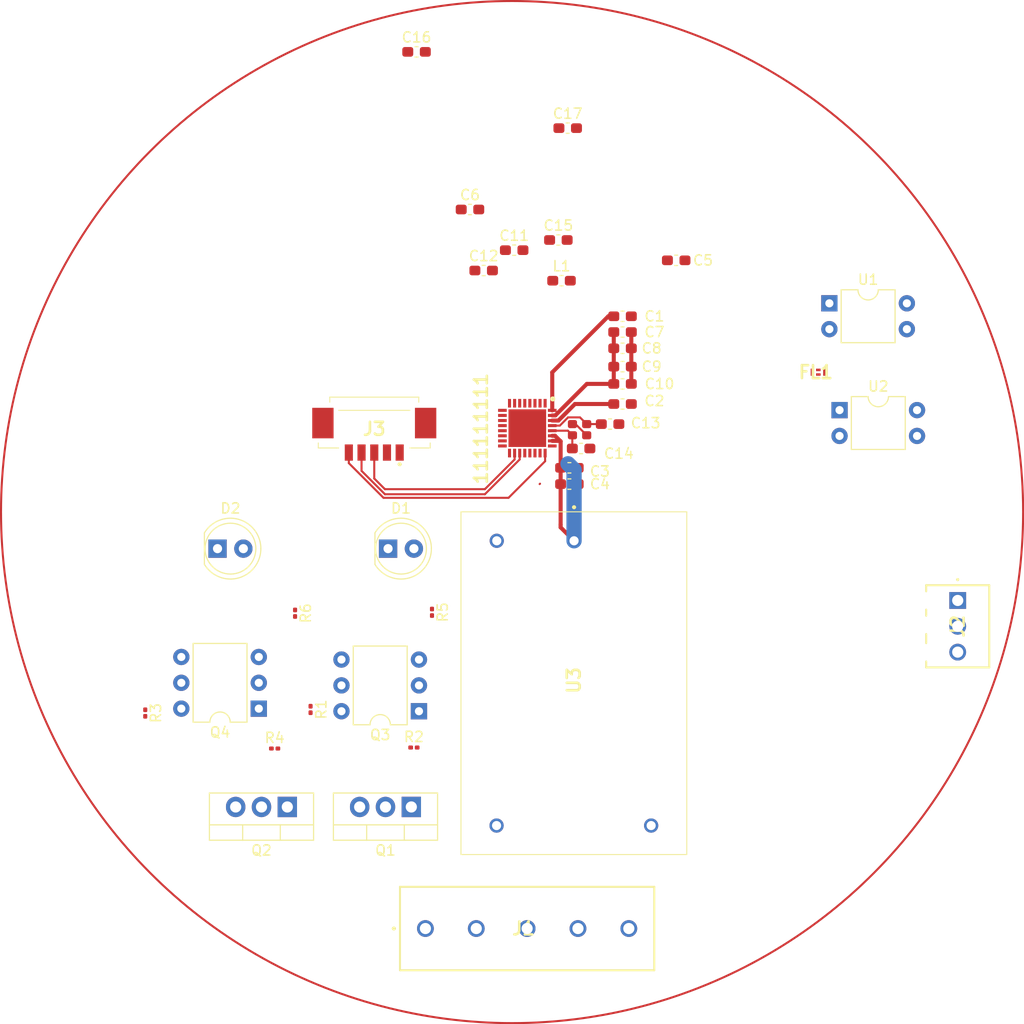
<source format=kicad_pcb>
(kicad_pcb (version 20240108) (generator "pcbnew") (generator_version "8.0")
  (layers (0 "F.Cu" signal) (31 "B.Cu" signal) (34 "B.Paste" user) (35 "F.Paste" user) (36 "B.SilkS" user "B.Silkscreen") (37 "F.SilkS" user "F.Silkscreen") (38 "B.Mask" user) (39 "F.Mask" user) (44 "Edge.Cuts" user))
  (net 0 "")
  (net 2 "VDD")
  (net 4 "JTCK{slash}SWCLK")
  (net 5 "Net-(111111111-RF)")
  (net 7 "Net-(111111111-PA1)")
  (net 9 "Net-(111111111-OSC_OUT)")
  (net 14 "Motor_output_2")
  (net 15 "Motor_output_1")
  (net 16 "Net-(111111111-OSC_IN)")
  (net 18 "JTMS{slash}SWDIO")
  (net 19 "Net-(111111111-PA0)")
  (net 21 "Negated Reset")
  (net 22 "GND")
  (net 25 "Net-(111111111-PH3-BOOT0)")
  (net 27 "Net-(FL1-IN)")
  (net 28 "Net-(D1-A)")
  (net 29 "Net-(D2-A)")
  (net 30 "Net-(AE1-A)")
  (net 31 "Q1_connector")
  (net 32 "L_connector")
  (net 33 "Q2_connector")
  (net 34 "N_connector")
  (net 35 "Switch_Input_2")
  (net 36 "Switch_Common")
  (net 37 "Switch_input_1")
  (net 40 "Net-(Q1-G)")
  (net 41 "Net-(Q2-G)")
  (net 42 "Net-(Q3-Pad1)")
  (net 43 "Net-(Q3-Pad6)")
  (net 44 "Net-(Q3-Pad4)")
  (net 48 "Net-(Q4-Pad6)")
  (net 49 "Net-(Q4-Pad4)")
  (net 50 "Net-(Q4-Pad1)")
  (footprint "Capacitor_SMD:C_0603_1608Metric_Pad1.08x0.95mm_HandSolder" (layer "F.Cu") (at 132.47 60)
    (property "Reference" "C17" (at 0 -1.43 0) (layer "F.SilkS"))
    (property "Value" "100nF")
    (fp_line (start -0.146267 -0.51) (end 0.146267 -0.51) (stroke (width 0.12)) (layer "F.SilkS"))
    (fp_line (start -0.146267 0.51) (end 0.146267 0.51) (stroke (width 0.12)) (layer "F.SilkS"))
    (pad "1" smd roundrect (at -0.8625 0) (size 1.075 0.95) (layers "F.Cu" "F.Paste" "F.Mask") (net 2 "VDD"))
    (pad "2" smd roundrect (at 0.8625 0) (size 1.075 0.95) (layers "F.Cu" "F.Paste" "F.Mask") (net 22 "GND"))
  )
  (footprint "Resistor_SMD:R_0201_0603Metric" (layer "F.Cu") (at 103.655 121)
    (property "Reference" "R4" (at 0 -1.05 0) (layer "F.SilkS"))
    (property "Value" "180R")
    (pad "1" smd roundrect (at -0.32 0) (size 0.46 0.4) (layers "F.Cu" "F.Mask") (net 48 "Net-(Q4-Pad6)"))
    (pad "2" smd roundrect (at 0.32 0) (size 0.46 0.4) (layers "F.Cu" "F.Mask") (net 32 "L_connector"))
  )
  (footprint "Package_DIP:DIP-6_W7.62mm" (layer "F.Cu") (at 117.846 117.333 180)
    (property "Reference" "Q3" (at 3.81 -2.33 0) (layer "F.SilkS"))
    (property "Value" "MOC3032M")
    (fp_line (start 6.46 6.41) (end 6.46 -1.33) (stroke (width 0.12)) (layer "F.SilkS"))
    (fp_line (start 6.46 -1.33) (end 4.81 -1.33) (stroke (width 0.12)) (layer "F.SilkS"))
    (fp_line (start 2.81 -1.33) (end 1.16 -1.33) (stroke (width 0.12)) (layer "F.SilkS"))
    (fp_line (start 1.16 6.41) (end 6.46 6.41) (stroke (width 0.12)) (layer "F.SilkS"))
    (fp_line (start 1.16 -1.33) (end 1.16 6.41) (stroke (width 0.12)) (layer "F.SilkS"))
    (fp_arc (start 4.81 -1.33) (mid 3.81 -0.33) (end 2.81 -1.33) (stroke (width 0.12)) (layer "F.SilkS"))
    (pad "1" thru_hole rect (at 0 0 180) (size 1.6 1.6) (drill 0.8) (layers "*.Cu" "*.Mask") (net 42 "Net-(Q3-Pad1)"))
    (pad "2" thru_hole oval (at 0 2.54 180) (size 1.6 1.6) (drill 0.8) (layers "*.Cu" "*.Mask") (net 28 "Net-(D1-A)"))
    (pad "3" thru_hole oval (at 0 5.08 180) (size 1.6 1.6) (drill 0.8) (layers "*.Cu" "*.Mask"))
    (pad "4" thru_hole oval (at 7.62 5.08 180) (size 1.6 1.6) (drill 0.8) (layers "*.Cu" "*.Mask") (net 44 "Net-(Q3-Pad4)"))
    (pad "5" thru_hole oval (at 7.62 2.54 180) (size 1.6 1.6) (drill 0.8) (layers "*.Cu" "*.Mask"))
    (pad "6" thru_hole oval (at 7.62 0 180) (size 1.6 1.6) (drill 0.8) (layers "*.Cu" "*.Mask") (net 43 "Net-(Q3-Pad6)"))
  )
  (footprint "LED_THT:LED_D5.0mm_IRGrey" (layer "F.Cu") (at 98.039 101.346)
    (property "Reference" "D2" (at 1.27 -3.96 0) (layer "F.SilkS"))
    (property "Value" "LD271")
    (fp_line (start -1.29 -1.545) (end -1.29 1.545) (stroke (width 0.12)) (layer "F.SilkS"))
    (fp_arc (start -1.29 -1.54483) (mid 2.072002 -2.880433) (end 4.26 0.000462) (stroke (width 0.12)) (layer "F.SilkS"))
    (fp_arc (start 4.26 -0.000462) (mid 2.072002 2.880433) (end -1.29 1.54483) (stroke (width 0.12)) (layer "F.SilkS"))
    (fp_circle (center 1.27 0) (end 3.77 0) (stroke (width 0.12)) (fill none) (layer "F.SilkS"))
    (pad "1" thru_hole rect (at 0 0) (size 1.8 1.8) (drill 0.9) (layers "*.Cu" "*.Mask") (net 14 "Motor_output_2"))
    (pad "2" thru_hole circle (at 2.54 0) (size 1.8 1.8) (drill 0.9) (layers "*.Cu" "*.Mask") (net 29 "Net-(D2-A)"))
  )
  (footprint "Capacitor_SMD:C_0603_1608Metric_Pad1.08x0.95mm_HandSolder" (layer "F.Cu") (at 137.8625 85.15)
    (property "Reference" "C10" (at 3.6375 0 0) (layer "F.SilkS"))
    (property "Value" "100nF")
    (fp_line (start -0.146267 -0.51) (end 0.146267 -0.51) (stroke (width 0.12)) (layer "F.SilkS"))
    (fp_line (start -0.146267 0.51) (end 0.146267 0.51) (stroke (width 0.12)) (layer "F.SilkS"))
    (pad "1" smd roundrect (at -0.8625 0) (size 1.075 0.95) (layers "F.Cu" "F.Paste" "F.Mask") (net 2 "VDD"))
    (pad "2" smd roundrect (at 0.8625 0) (size 1.075 0.95) (layers "F.Cu" "F.Paste" "F.Mask") (net 22 "GND"))
  )
  (footprint "Capacitor_SMD:C_0603_1608Metric_Pad1.08x0.95mm_HandSolder" (layer "F.Cu") (at 131.8625 75)
    (property "Reference" "L1" (at 0 -1.43 0) (layer "F.SilkS"))
    (property "Value" "2.7nH")
    (fp_line (start -0.146267 -0.51) (end 0.146267 -0.51) (stroke (width 0.12)) (layer "F.SilkS"))
    (fp_line (start -0.146267 0.51) (end 0.146267 0.51) (stroke (width 0.12)) (layer "F.SilkS"))
    (pad "1" smd roundrect (at -0.8625 0) (size 1.075 0.95) (layers "F.Cu" "F.Paste" "F.Mask") (net 5 "Net-(111111111-RF)"))
    (pad "2" smd roundrect (at 0.8625 0) (size 1.075 0.95) (layers "F.Cu" "F.Paste" "F.Mask") (net 27 "Net-(FL1-IN)"))
  )
  (footprint "Capacitor_SMD:C_0603_1608Metric_Pad1.08x0.95mm_HandSolder" (layer "F.Cu") (at 131.5525 71)
    (property "Reference" "C15" (at 0 -1.43 0) (layer "F.SilkS"))
    (property "Value" "0.3pF")
    (fp_line (start -0.146267 -0.51) (end 0.146267 -0.51) (stroke (width 0.12)) (layer "F.SilkS"))
    (fp_line (start -0.146267 0.51) (end 0.146267 0.51) (stroke (width 0.12)) (layer "F.SilkS"))
    (pad "1" smd roundrect (at -0.8625 0) (size 1.075 0.95) (layers "F.Cu" "F.Paste" "F.Mask") (net 27 "Net-(FL1-IN)"))
    (pad "2" smd roundrect (at 0.8625 0) (size 1.075 0.95) (layers "F.Cu" "F.Paste" "F.Mask") (net 22 "GND"))
  )
  (footprint "Capacitor_SMD:C_0603_1608Metric_Pad1.08x0.95mm_HandSolder" (layer "F.Cu") (at 132.6375 95)
    (property "Reference" "C4" (at 3 0 0) (layer "F.SilkS"))
    (property "Value" "470nF")
    (fp_line (start -0.146267 -0.51) (end 0.146267 -0.51) (stroke (width 0.12)) (layer "F.SilkS"))
    (fp_line (start -0.146267 0.51) (end 0.146267 0.51) (stroke (width 0.12)) (layer "F.SilkS"))
    (pad "1" smd roundrect (at -0.8625 0) (size 1.075 0.95) (layers "F.Cu" "F.Paste" "F.Mask") (net 2 "VDD"))
    (pad "2" smd roundrect (at 0.8625 0) (size 1.075 0.95) (layers "F.Cu" "F.Paste" "F.Mask") (net 22 "GND"))
  )
  (footprint "Resistor_SMD:R_0201_0603Metric" (layer "F.Cu") (at 105.664 107.696 -90)
    (property "Reference" "R6" (at 0 -1.05 90) (layer "F.SilkS"))
    (property "Value" "330R")
    (pad "1" smd roundrect (at -0.32 0 270) (size 0.46 0.4) (layers "F.Cu" "F.Mask") (net 2 "VDD"))
    (pad "2" smd roundrect (at 0.32 0 270) (size 0.46 0.4) (layers "F.Cu" "F.Mask") (net 50 "Net-(Q4-Pad1)"))
  )
  (footprint "Capacitor_SMD:C_0603_1608Metric_Pad1.08x0.95mm_HandSolder" (layer "F.Cu") (at 137.8625 87.125)
    (property "Reference" "C2" (at 3.1375 -0.3 0) (layer "F.SilkS"))
    (property "Value" "100nF")
    (fp_line (start -0.146267 -0.51) (end 0.146267 -0.51) (stroke (width 0.12)) (layer "F.SilkS"))
    (fp_line (start -0.146267 0.51) (end 0.146267 0.51) (stroke (width 0.12)) (layer "F.SilkS"))
    (pad "1" smd roundrect (at -0.8625 0) (size 1.075 0.95) (layers "F.Cu" "F.Paste" "F.Mask") (net 2 "VDD"))
    (pad "2" smd roundrect (at 0.8625 0) (size 1.075 0.95) (layers "F.Cu" "F.Paste" "F.Mask") (net 22 "GND"))
  )
  (footprint "Resistor_SMD:R_0201_0603Metric" (layer "F.Cu") (at 107.188 117.16 -90)
    (property "Reference" "R1" (at 0 -1.05 90) (layer "F.SilkS"))
    (property "Value" "180R")
    (pad "1" smd roundrect (at -0.32 0 270) (size 0.46 0.4) (layers "F.Cu" "F.Mask") (net 44 "Net-(Q3-Pad4)"))
    (pad "2" smd roundrect (at 0.32 0 270) (size 0.46 0.4) (layers "F.Cu" "F.Mask") (net 40 "Net-(Q1-G)"))
  )
  (footprint "Capacitor_SMD:C_0603_1608Metric_Pad1.08x0.95mm_HandSolder" (layer "F.Cu") (at 137.8625 78.5)
    (property "Reference" "C1" (at 3.1375 0 0) (layer "F.SilkS"))
    (property "Value" "4.7uF")
    (fp_line (start -0.146267 -0.51) (end 0.146267 -0.51) (stroke (width 0.12)) (layer "F.SilkS"))
    (fp_line (start -0.146267 0.51) (end 0.146267 0.51) (stroke (width 0.12)) (layer "F.SilkS"))
    (pad "1" smd roundrect (at -0.8625 0) (size 1.075 0.95) (layers "F.Cu" "F.Paste" "F.Mask") (net 2 "VDD"))
    (pad "2" smd roundrect (at 0.8625 0) (size 1.075 0.95) (layers "F.Cu" "F.Paste" "F.Mask") (net 22 "GND"))
  )
  (footprint "Package_DIP:DIP-6_W7.62mm" (layer "F.Cu") (at 102.098 117.079 180)
    (property "Reference" "Q4" (at 3.81 -2.33 0) (layer "F.SilkS"))
    (property "Value" "MOC3032M")
    (fp_line (start 6.46 6.41) (end 6.46 -1.33) (stroke (width 0.12)) (layer "F.SilkS"))
    (fp_line (start 6.46 -1.33) (end 4.81 -1.33) (stroke (width 0.12)) (layer "F.SilkS"))
    (fp_line (start 2.81 -1.33) (end 1.16 -1.33) (stroke (width 0.12)) (layer "F.SilkS"))
    (fp_line (start 1.16 6.41) (end 6.46 6.41) (stroke (width 0.12)) (layer "F.SilkS"))
    (fp_line (start 1.16 -1.33) (end 1.16 6.41) (stroke (width 0.12)) (layer "F.SilkS"))
    (fp_arc (start 4.81 -1.33) (mid 3.81 -0.33) (end 2.81 -1.33) (stroke (width 0.12)) (layer "F.SilkS"))
    (pad "1" thru_hole rect (at 0 0 180) (size 1.6 1.6) (drill 0.8) (layers "*.Cu" "*.Mask") (net 50 "Net-(Q4-Pad1)"))
    (pad "2" thru_hole oval (at 0 2.54 180) (size 1.6 1.6) (drill 0.8) (layers "*.Cu" "*.Mask") (net 29 "Net-(D2-A)"))
    (pad "3" thru_hole oval (at 0 5.08 180) (size 1.6 1.6) (drill 0.8) (layers "*.Cu" "*.Mask"))
    (pad "4" thru_hole oval (at 7.62 5.08 180) (size 1.6 1.6) (drill 0.8) (layers "*.Cu" "*.Mask") (net 49 "Net-(Q4-Pad4)"))
    (pad "5" thru_hole oval (at 7.62 2.54 180) (size 1.6 1.6) (drill 0.8) (layers "*.Cu" "*.Mask"))
    (pad "6" thru_hole oval (at 7.62 0 180) (size 1.6 1.6) (drill 0.8) (layers "*.Cu" "*.Mask") (net 48 "Net-(Q4-Pad6)"))
  )
  (footprint "Package_DIP:DIP-4_W7.62mm" (layer "F.Cu") (at 158.2 77.225)
    (property "Reference" "U1" (at 3.81 -2.33 0) (layer "F.SilkS"))
    (property "Value" "LTV-817")
    (fp_line (start 1.16 -1.33) (end 1.16 3.87) (stroke (width 0.12)) (layer "F.SilkS"))
    (fp_line (start 1.16 3.87) (end 6.46 3.87) (stroke (width 0.12)) (layer "F.SilkS"))
    (fp_line (start 2.81 -1.33) (end 1.16 -1.33) (stroke (width 0.12)) (layer "F.SilkS"))
    (fp_line (start 6.46 -1.33) (end 4.81 -1.33) (stroke (width 0.12)) (layer "F.SilkS"))
    (fp_line (start 6.46 3.87) (end 6.46 -1.33) (stroke (width 0.12)) (layer "F.SilkS"))
    (fp_arc (start 4.81 -1.33) (mid 3.81 -0.33) (end 2.81 -1.33) (stroke (width 0.12)) (layer "F.SilkS"))
    (pad "1" thru_hole rect (at 0 0) (size 1.6 1.6) (drill 0.8) (layers "*.Cu" "*.Mask") (net 37 "Switch_input_1"))
    (pad "2" thru_hole oval (at 0 2.54) (size 1.6 1.6) (drill 0.8) (layers "*.Cu" "*.Mask") (net 36 "Switch_Common"))
    (pad "3" thru_hole oval (at 7.62 2.54) (size 1.6 1.6) (drill 0.8) (layers "*.Cu" "*.Mask") (net 22 "GND"))
    (pad "4" thru_hole oval (at 7.62 0) (size 1.6 1.6) (drill 0.8) (layers "*.Cu" "*.Mask") (net 19 "Net-(111111111-PA0)"))
  )
  (footprint "Sterownik_roletyLibrary:2828365" (layer "F.Cu") (at 118.48 138.7)
    (property "Reference" "J1" (at 9.65 0 0) (layer "F.SilkS") (effects (font (size 1.27 1.27) (thickness 0.254))))
    (property "Value" "282836-5" (hide yes))
    (fp_line (start -3.2 0) (end -3.2 0) (stroke (width 0.2)) (layer "F.SilkS"))
    (fp_line (start -3 0) (end -3 0) (stroke (width 0.2)) (layer "F.SilkS"))
    (fp_line (start -2.5 -4.1) (end 22.5 -4.1) (stroke (width 0.2)) (layer "F.SilkS"))
    (fp_line (start -2.5 4.1) (end -2.5 -4.1) (stroke (width 0.2)) (layer "F.SilkS"))
    (fp_line (start 22.5 -4.1) (end 22.5 4.1) (stroke (width 0.2)) (layer "F.SilkS"))
    (fp_line (start 22.5 4.1) (end -2.5 4.1) (stroke (width 0.2)) (layer "F.SilkS"))
    (fp_arc (start -3.2 0) (mid -3.1 -0.1) (end -3 0) (stroke (width 0.2)) (layer "F.SilkS"))
    (fp_arc (start -3 0) (mid -3.1 0.1) (end -3.2 0) (stroke (width 0.2)) (layer "F.SilkS"))
    (pad "1" thru_hole circle (at 0 0) (size 1.65 1.65) (drill 1.1) (layers "*.Cu" "*.Mask") (net 33 "Q2_connector"))
    (pad "2" thru_hole circle (at 5 0) (size 1.65 1.65) (drill 1.1) (layers "*.Cu" "*.Mask") (net 31 "Q1_connector"))
    (pad "3" thru_hole circle (at 10 0) (size 1.65 1.65) (drill 1.1) (layers "*.Cu" "*.Mask") (net 34 "N_connector"))
    (pad "4" thru_hole circle (at 15 0) (size 1.65 1.65) (drill 1.1) (layers "*.Cu" "*.Mask") (net 34 "N_connector"))
    (pad "5" thru_hole circle (at 20 0) (size 1.65 1.65) (drill 1.1) (layers "*.Cu" "*.Mask") (net 32 "L_connector"))
  )
  (footprint "Resistor_SMD:R_0201_0603Metric" (layer "F.Cu") (at 90.932 117.511 -90)
    (property "Reference" "R3" (at 0 -1.05 90) (layer "F.SilkS"))
    (property "Value" "180R")
    (pad "1" smd roundrect (at -0.32 0 270) (size 0.46 0.4) (layers "F.Cu" "F.Mask") (net 49 "Net-(Q4-Pad4)"))
    (pad "2" smd roundrect (at 0.32 0 270) (size 0.46 0.4) (layers "F.Cu" "F.Mask") (net 41 "Net-(Q2-G)"))
  )
  (footprint "Sterownik_roletyLibrary:TXC 7R-32.000MEEV-T" (layer "F.Cu") (at 133.6375 89.65)
    (property "Reference" "Y1" (hide yes))
    (property "Value" "TXC 7R-32.000MEEV-T")
    (pad "1" smd roundrect (at -0.7 0.55) (size 0.9 0.8) (layers "F.Cu" "F.Paste" "F.Mask") (net 9 "Net-(111111111-OSC_OUT)"))
    (pad "2" smd roundrect (at 0.7 0.55) (size 0.9 0.8) (layers "F.Cu" "F.Paste" "F.Mask") (net 22 "GND"))
    (pad "3" smd roundrect (at 0.7 -0.55) (size 0.9 0.8) (layers "F.Cu" "F.Paste" "F.Mask") (net 16 "Net-(111111111-OSC_IN)"))
    (pad "4" smd roundrect (at -0.7 -0.55) (size 0.9 0.8) (layers "F.Cu" "F.Paste" "F.Mask") (net 22 "GND"))
  )
  (footprint "Capacitor_SMD:C_0603_1608Metric_Pad1.08x0.95mm_HandSolder" (layer "F.Cu") (at 124.2075 74)
    (property "Reference" "C12" (at 0 -1.43 0) (layer "F.SilkS"))
    (property "Value" "100nF")
    (fp_line (start -0.146267 -0.51) (end 0.146267 -0.51) (stroke (width 0.12)) (layer "F.SilkS"))
    (fp_line (start -0.146267 0.51) (end 0.146267 0.51) (stroke (width 0.12)) (layer "F.SilkS"))
    (pad "1" smd roundrect (at -0.8625 0) (size 1.075 0.95) (layers "F.Cu" "F.Paste" "F.Mask") (net 25 "Net-(111111111-PH3-BOOT0)"))
    (pad "2" smd roundrect (at 0.8625 0) (size 1.075 0.95) (layers "F.Cu" "F.Paste" "F.Mask") (net 22 "GND"))
  )
  (footprint "Capacitor_SMD:C_0603_1608Metric_Pad1.08x0.95mm_HandSolder" (layer "F.Cu") (at 143.1375 73)
    (property "Reference" "C5" (at 2.6375 0 0) (layer "F.SilkS"))
    (property "Value" "1uF")
    (fp_line (start -0.146267 -0.51) (end 0.146267 -0.51) (stroke (width 0.12)) (layer "F.SilkS"))
    (fp_line (start -0.146267 0.51) (end 0.146267 0.51) (stroke (width 0.12)) (layer "F.SilkS"))
    (pad "1" smd roundrect (at -0.8625 0) (size 1.075 0.95) (layers "F.Cu" "F.Paste" "F.Mask") (net 2 "VDD"))
    (pad "2" smd roundrect (at 0.8625 0) (size 1.075 0.95) (layers "F.Cu" "F.Paste" "F.Mask") (net 22 "GND"))
  )
  (footprint "Capacitor_SMD:C_0603_1608Metric_Pad1.08x0.95mm_HandSolder" (layer "F.Cu") (at 132.6375 93.4)
    (property "Reference" "C3" (at 3 0.35 0) (layer "F.SilkS"))
    (property "Value" "100nF")
    (fp_line (start -0.146267 -0.51) (end 0.146267 -0.51) (stroke (width 0.12)) (layer "F.SilkS"))
    (fp_line (start -0.146267 0.51) (end 0.146267 0.51) (stroke (width 0.12)) (layer "F.SilkS"))
    (pad "1" smd roundrect (at -0.8625 0) (size 1.075 0.95) (layers "F.Cu" "F.Paste" "F.Mask") (net 2 "VDD"))
    (pad "2" smd roundrect (at 0.8625 0) (size 1.075 0.95) (layers "F.Cu" "F.Paste" "F.Mask") (net 22 "GND"))
  )
  (footprint "Package_TO_SOT_THT:TO-220-3_Vertical" (layer "F.Cu") (at 104.902 126.746 180)
    (property "Reference" "Q2" (at 2.54 -4.27 0) (layer "F.SilkS"))
    (property "Value" "BT136-600")
    (fp_line (start 7.66 -3.27) (end 7.66 1.371) (stroke (width 0.12)) (layer "F.SilkS"))
    (fp_line (start 4.391 -3.27) (end 4.391 -1.76) (stroke (width 0.12)) (layer "F.SilkS"))
    (fp_line (start 0.69 -3.27) (end 0.69 -1.76) (stroke (width 0.12)) (layer "F.SilkS"))
    (fp_line (start -2.58 1.371) (end 7.66 1.371) (stroke (width 0.12)) (layer "F.SilkS"))
    (fp_line (start -2.58 -1.76) (end 7.66 -1.76) (stroke (width 0.12)) (layer "F.SilkS"))
    (fp_line (start -2.58 -3.27) (end 7.66 -3.27) (stroke (width 0.12)) (layer "F.SilkS"))
    (fp_line (start -2.58 -3.27) (end -2.58 1.371) (stroke (width 0.12)) (layer "F.SilkS"))
    (pad "1" thru_hole rect (at 0 0 180) (size 1.905 2) (drill 1.1) (layers "*.Cu" "*.Mask") (net 32 "L_connector"))
    (pad "2" thru_hole oval (at 2.54 0 180) (size 1.905 2) (drill 1.1) (layers "*.Cu" "*.Mask") (net 33 "Q2_connector"))
    (pad "3" thru_hole oval (at 5.08 0 180) (size 1.905 2) (drill 1.1) (layers "*.Cu" "*.Mask") (net 41 "Net-(Q2-G)"))
  )
  (footprint "Package_DIP:DIP-4_W7.62mm" (layer "F.Cu") (at 159.2 87.725)
    (property "Reference" "U2" (at 3.81 -2.33 0) (layer "F.SilkS"))
    (property "Value" "LTV-817")
    (fp_line (start 1.16 -1.33) (end 1.16 3.87) (stroke (width 0.12)) (layer "F.SilkS"))
    (fp_line (start 1.16 3.87) (end 6.46 3.87) (stroke (width 0.12)) (layer "F.SilkS"))
    (fp_line (start 2.81 -1.33) (end 1.16 -1.33) (stroke (width 0.12)) (layer "F.SilkS"))
    (fp_line (start 6.46 -1.33) (end 4.81 -1.33) (stroke (width 0.12)) (layer "F.SilkS"))
    (fp_line (start 6.46 3.87) (end 6.46 -1.33) (stroke (width 0.12)) (layer "F.SilkS"))
    (fp_arc (start 4.81 -1.33) (mid 3.81 -0.33) (end 2.81 -1.33) (stroke (width 0.12)) (layer "F.SilkS"))
    (pad "1" thru_hole rect (at 0 0) (size 1.6 1.6) (drill 0.8) (layers "*.Cu" "*.Mask") (net 35 "Switch_Input_2"))
    (pad "2" thru_hole oval (at 0 2.54) (size 1.6 1.6) (drill 0.8) (layers "*.Cu" "*.Mask") (net 36 "Switch_Common"))
    (pad "3" thru_hole oval (at 7.62 2.54) (size 1.6 1.6) (drill 0.8) (layers "*.Cu" "*.Mask") (net 22 "GND"))
    (pad "4" thru_hole oval (at 7.62 0) (size 1.6 1.6) (drill 0.8) (layers "*.Cu" "*.Mask") (net 7 "Net-(111111111-PA1)"))
  )
  (footprint "Capacitor_SMD:C_0603_1608Metric_Pad1.08x0.95mm_HandSolder" (layer "F.Cu") (at 137.8625 83.45)
    (property "Reference" "C9" (at 2.8625 0 0) (layer "F.SilkS"))
    (property "Value" "100nF")
    (fp_line (start -0.146267 -0.51) (end 0.146267 -0.51) (stroke (width 0.12)) (layer "F.SilkS"))
    (fp_line (start -0.146267 0.51) (end 0.146267 0.51) (stroke (width 0.12)) (layer "F.SilkS"))
    (pad "1" smd roundrect (at -0.8625 0) (size 1.075 0.95) (layers "F.Cu" "F.Paste" "F.Mask") (net 2 "VDD"))
    (pad "2" smd roundrect (at 0.8625 0) (size 1.075 0.95) (layers "F.Cu" "F.Paste" "F.Mask") (net 22 "GND"))
  )
  (footprint "Capacitor_SMD:C_0603_1608Metric_Pad1.08x0.95mm_HandSolder" (layer "F.Cu") (at 137.8625 81.65)
    (property "Reference" "C8" (at 2.8625 0 0) (layer "F.SilkS"))
    (property "Value" "100nF")
    (fp_line (start -0.146267 -0.51) (end 0.146267 -0.51) (stroke (width 0.12)) (layer "F.SilkS"))
    (fp_line (start -0.146267 0.51) (end 0.146267 0.51) (stroke (width 0.12)) (layer "F.SilkS"))
    (pad "1" smd roundrect (at -0.8625 0) (size 1.075 0.95) (layers "F.Cu" "F.Paste" "F.Mask") (net 2 "VDD"))
    (pad "2" smd roundrect (at 0.8625 0) (size 1.075 0.95) (layers "F.Cu" "F.Paste" "F.Mask") (net 22 "GND"))
  )
  (footprint "Capacitor_SMD:C_0603_1608Metric_Pad1.08x0.95mm_HandSolder" (layer "F.Cu") (at 127.2075 72)
    (property "Reference" "C11" (at 0 -1.43 0) (layer "F.SilkS"))
    (property "Value" "0.8pF")
    (fp_line (start -0.146267 -0.51) (end 0.146267 -0.51) (stroke (width 0.12)) (layer "F.SilkS"))
    (fp_line (start -0.146267 0.51) (end 0.146267 0.51) (stroke (width 0.12)) (layer "F.SilkS"))
    (pad "1" smd roundrect (at -0.8625 0) (size 1.075 0.95) (layers "F.Cu" "F.Paste" "F.Mask") (net 5 "Net-(111111111-RF)"))
    (pad "2" smd roundrect (at 0.8625 0) (size 1.075 0.95) (layers "F.Cu" "F.Paste" "F.Mask") (net 22 "GND"))
  )
  (footprint "Sterownik_roletyLibrary:533980567" (layer "F.Cu") (at 113.45 89.575)
    (property "Reference" "J3" (at 0 0 0) (layer "F.SilkS") (effects (font (size 1.27 1.27) (thickness 0.254))))
    (property "Value" "53398-0567" (hide yes))
    (fp_line (start -5.5 1.875) (end -5.5 1.375) (stroke (width 0.1)) (layer "F.SilkS"))
    (fp_line (start -4.375 -3.125) (end 4.375 -3.125) (stroke (width 0.1)) (layer "F.SilkS"))
    (fp_line (start -4.375 -2.625) (end -4.375 -3.125) (stroke (width 0.1)) (layer "F.SilkS"))
    (fp_line (start -3.5 -1.825) (end 3.5 -1.825) (stroke (width 0.1)) (layer "F.SilkS"))
    (fp_line (start -3.5 1.875) (end -5.5 1.875) (stroke (width 0.1)) (layer "F.SilkS"))
    (fp_line (start 2.4 3.475) (end 2.4 3.475) (stroke (width 0.2)) (layer "F.SilkS"))
    (fp_line (start 2.6 3.475) (end 2.6 3.475) (stroke (width 0.2)) (layer "F.SilkS"))
    (fp_line (start 3.5 1.875) (end 5.5 1.875) (stroke (width 0.1)) (layer "F.SilkS"))
    (fp_line (start 4.375 -3.125) (end 4.375 -2.625) (stroke (width 0.1)) (layer "F.SilkS"))
    (fp_line (start 5.5 1.875) (end 5.5 1.375) (stroke (width 0.1)) (layer "F.SilkS"))
    (fp_arc (start 2.4 3.475) (mid 2.5 3.375) (end 2.6 3.475) (stroke (width 0.2)) (layer "F.SilkS"))
    (fp_arc (start 2.6 3.475) (mid 2.5 3.575) (end 2.4 3.475) (stroke (width 0.2)) (layer "F.SilkS"))
    (pad "1" smd rect (at 2.5 2.325) (size 0.8 1.6) (layers "F.Cu" "F.Paste" "F.Mask") (net 22 "GND"))
    (pad "2" smd rect (at 1.25 2.325) (size 0.8 1.6) (layers "F.Cu" "F.Paste" "F.Mask") (net 2 "VDD"))
    (pad "3" smd rect (at 0 2.325) (size 0.8 1.6) (layers "F.Cu" "F.Paste" "F.Mask") (net 4 "JTCK{slash}SWCLK"))
    (pad "4" smd rect (at -1.25 2.325) (size 0.8 1.6) (layers "F.Cu" "F.Paste" "F.Mask") (net 18 "JTMS{slash}SWDIO"))
    (pad "5" smd rect (at -2.5 2.325) (size 0.8 1.6) (layers "F.Cu" "F.Paste" "F.Mask") (net 21 "Negated Reset"))
    (pad "6" smd rect (at -5.05 -0.575) (size 2.1 3) (layers "F.Cu" "F.Paste" "F.Mask"))
    (pad "7" smd rect (at 5.05 -0.575) (size 2.1 3) (layers "F.Cu" "F.Paste" "F.Mask"))
  )
  (footprint "Sterownik_roletyLibrary:1725669" (layer "F.Cu") (at 170.818 106.442 -90)
    (property "Reference" "J2" (at 2.54 0 90) (layer "F.SilkS") (effects (font (size 1.27 1.27) (thickness 0.254))))
    (property "Value" "1725669" (hide yes))
    (fp_line (start -1.5 3.1) (end -1.5 -3.1) (stroke (width 0.2)) (layer "F.SilkS"))
    (fp_line (start -0.9 3.1) (end -1.5 3.1) (stroke (width 0.2)) (layer "F.SilkS"))
    (fp_line (start 1.5 3.1) (end 0.9 3.1) (stroke (width 0.2)) (layer "F.SilkS"))
    (fp_line (start 4.2 3.1) (end 3.3 3.1) (stroke (width 0.2)) (layer "F.SilkS"))
    (fp_line (start 6.58 3.1) (end 6 3.1) (stroke (width 0.2)) (layer "F.SilkS"))
    (fp_line (start -2.1 0) (end -2.1 0) (stroke (width 0.2)) (layer "F.SilkS"))
    (fp_line (start -2.1 0) (end -2.1 0) (stroke (width 0.2)) (layer "F.SilkS"))
    (fp_line (start -2 0) (end -2 0) (stroke (width 0.2)) (layer "F.SilkS"))
    (fp_line (start -1.5 -3.1) (end 6.58 -3.1) (stroke (width 0.2)) (layer "F.SilkS"))
    (fp_line (start 6.58 -3.1) (end 6.58 3.1) (stroke (width 0.2)) (layer "F.SilkS"))
    (fp_arc (start -2.1 0) (mid -2.05 -0.05) (end -2 0) (stroke (width 0.2)) (layer "F.SilkS"))
    (fp_arc (start -2 0) (mid -2.05 0.05) (end -2.1 0) (stroke (width 0.2)) (layer "F.SilkS"))
    (fp_arc (start -2 0) (mid -2.05 0.05) (end -2.1 0) (stroke (width 0.2)) (layer "F.SilkS"))
    (pad "" np_thru_hole circle (at 0 2.54 270) (size 1.1 1.1) (drill 1.1) (layers "*.Cu" "*.Mask"))
    (pad "" np_thru_hole circle (at 2.54 2.54 270) (size 1.1 1.1) (drill 1.1) (layers "*.Cu" "*.Mask"))
    (pad "" np_thru_hole circle (at 5.08 2.54 270) (size 1.1 1.1) (drill 1.1) (layers "*.Cu" "*.Mask"))
    (pad "1" thru_hole rect (at 0 0 270) (size 1.65 1.65) (drill 1.1) (layers "*.Cu" "*.Mask") (net 37 "Switch_input_1"))
    (pad "2" thru_hole circle (at 2.54 0 270) (size 1.65 1.65) (drill 1.1) (layers "*.Cu" "*.Mask") (net 35 "Switch_Input_2"))
    (pad "3" thru_hole circle (at 5.08 0 270) (size 1.65 1.65) (drill 1.1) (layers "*.Cu" "*.Mask") (net 36 "Switch_Common"))
  )
  (footprint "Capacitor_SMD:C_0603_1608Metric_Pad1.08x0.95mm_HandSolder" (layer "F.Cu") (at 122.8625 68)
    (property "Reference" "C6" (at 0 -1.43 0) (layer "F.SilkS"))
    (property "Value" "100nF")
    (fp_line (start -0.146267 -0.51) (end 0.146267 -0.51) (stroke (width 0.12)) (layer "F.SilkS"))
    (fp_line (start -0.146267 0.51) (end 0.146267 0.51) (stroke (width 0.12)) (layer "F.SilkS"))
    (pad "1" smd roundrect (at -0.8625 0) (size 1.075 0.95) (layers "F.Cu" "F.Paste" "F.Mask") (net 2 "VDD"))
    (pad "2" smd roundrect (at 0.8625 0) (size 1.075 0.95) (layers "F.Cu" "F.Paste" "F.Mask") (net 22 "GND"))
  )
  (footprint "Capacitor_SMD:C_0603_1608Metric_Pad1.08x0.95mm_HandSolder" (layer "F.Cu") (at 133.7875 91.5)
    (property "Reference" "C14" (at 3.7125 0.5 0) (layer "F.SilkS"))
    (property "Value" "16pF")
    (fp_line (start -0.146267 -0.51) (end 0.146267 -0.51) (stroke (width 0.12)) (layer "F.SilkS"))
    (fp_line (start -0.146267 0.51) (end 0.146267 0.51) (stroke (width 0.12)) (layer "F.SilkS"))
    (pad "1" smd roundrect (at -0.8625 0) (size 1.075 0.95) (layers "F.Cu" "F.Paste" "F.Mask") (net 9 "Net-(111111111-OSC_OUT)"))
    (pad "2" smd roundrect (at 0.8625 0) (size 1.075 0.95) (layers "F.Cu" "F.Paste" "F.Mask") (net 22 "GND"))
  )
  (footprint "Sterownik_roletyLibrary:DLF162500LT5028A1" (layer "F.Cu") (at 157.112 84)
    (property "Reference" "FL1" (at -0.25 0 0) (layer "F.SilkS") (effects (font (size 1.27 1.27) (thickness 0.254))))
    (property "Value" "DLF162500LT-5028A1" (hide yes))
    (fp_line (start -1.3 -0.1) (end -1.3 -0.1) (stroke (width 0.1)) (layer "F.SilkS"))
    (fp_line (start -1.2 -0.1) (end -1.2 -0.1) (stroke (width 0.1)) (layer "F.SilkS"))
    (fp_arc (start -1.3 -0.1) (mid -1.25 -0.15) (end -1.2 -0.1) (stroke (width 0.1)) (layer "F.SilkS"))
    (fp_arc (start -1.2 -0.1) (mid -1.25 -0.05) (end -1.3 -0.1) (stroke (width 0.1)) (layer "F.SilkS"))
    (pad "1" smd rect (at -0.612 0) (size 0.275 0.7) (layers "F.Cu" "F.Paste" "F.Mask") (net 27 "Net-(FL1-IN)"))
    (pad "2" smd rect (at 0 0.227 90) (size 0.245 0.45) (layers "F.Cu" "F.Paste" "F.Mask") (net 22 "GND"))
    (pad "3" smd rect (at 0.613 0) (size 0.275 0.7) (layers "F.Cu" "F.Paste" "F.Mask") (net 30 "Net-(AE1-A)"))
    (pad "4" smd rect (at 0 -0.227 90) (size 0.245 0.45) (layers "F.Cu" "F.Paste" "F.Mask") (net 22 "GND"))
  )
  (footprint "Sterownik_roletyLibrary:IRM015" (layer "F.Cu") (at 133.096 100.575 -90)
    (property "Reference" "U3" (at 13.725 0.02 90) (layer "F.SilkS") (effects (font (size 1.27 1.27) (thickness 0.254))))
    (property "Value" "IRM-01-3.3" (hide yes))
    (fp_line (start -2.85 11.12) (end -2.85 -11.08) (stroke (width 0.1)) (layer "F.SilkS"))
    (fp_line (start 30.85 11.12) (end -2.85 11.12) (stroke (width 0.1)) (layer "F.SilkS"))
    (fp_line (start -3.3 0.1) (end -3.3 0.1) (stroke (width 0.2)) (layer "F.SilkS"))
    (fp_line (start -3.3 -0.1) (end -3.3 -0.1) (stroke (width 0.2)) (layer "F.SilkS"))
    (fp_line (start -2.85 -11.08) (end 30.85 -11.08) (stroke (width 0.1)) (layer "F.SilkS"))
    (fp_line (start 30.85 -11.08) (end 30.85 11.12) (stroke (width 0.1)) (layer "F.SilkS"))
    (fp_arc (start -3.3 0.1) (mid -3.4 0) (end -3.3 -0.1) (stroke (width 0.2)) (layer "F.SilkS"))
    (fp_arc (start -3.3 -0.1) (mid -3.2 0) (end -3.3 0.1) (stroke (width 0.2)) (layer "F.SilkS"))
    (pad "" np_thru_hole circle (at 6.5 0.02 270) (size 4.5 4.5) (drill 4.5) (layers "*.Cu" "*.Mask"))
    (pad "" np_thru_hole circle (at 21.5 0.02 270) (size 4.5 4.5) (drill 4.5) (layers "*.Cu" "*.Mask"))
    (pad "1" thru_hole circle (at 0 0 270) (size 1.4 1.4) (drill 0.9) (layers "*.Cu" "*.Mask") (net 2 "VDD"))
    (pad "2" thru_hole circle (at 0 7.6 270) (size 1.4 1.4) (drill 0.9) (layers "*.Cu" "*.Mask") (net 22 "GND"))
    (pad "3" thru_hole circle (at 28 7.62 270) (size 1.4 1.4) (drill 0.9) (layers "*.Cu" "*.Mask") (net 34 "N_connector"))
    (pad "4" thru_hole circle (at 28 -7.58 270) (size 1.4 1.4) (drill 0.9) (layers "*.Cu" "*.Mask") (net 32 "L_connector"))
  )
  (footprint "Resistor_SMD:R_0201_0603Metric" (layer "F.Cu") (at 119.126 107.605 -90)
    (property "Reference" "R5" (at 0 -1.05 90) (layer "F.SilkS"))
    (property "Value" "330R")
    (pad "1" smd roundrect (at -0.32 0 270) (size 0.46 0.4) (layers "F.Cu" "F.Mask") (net 2 "VDD"))
    (pad "2" smd roundrect (at 0.32 0 270) (size 0.46 0.4) (layers "F.Cu" "F.Mask") (net 42 "Net-(Q3-Pad1)"))
  )
  (footprint "Package_TO_SOT_THT:TO-220-3_Vertical" (layer "F.Cu") (at 117.094 126.746 180)
    (property "Reference" "Q1" (at 2.54 -4.27 0) (layer "F.SilkS"))
    (property "Value" "BT136-600")
    (fp_line (start 7.66 -3.27) (end 7.66 1.371) (stroke (width 0.12)) (layer "F.SilkS"))
    (fp_line (start 4.391 -3.27) (end 4.391 -1.76) (stroke (width 0.12)) (layer "F.SilkS"))
    (fp_line (start 0.69 -3.27) (end 0.69 -1.76) (stroke (width 0.12)) (layer "F.SilkS"))
    (fp_line (start -2.58 1.371) (end 7.66 1.371) (stroke (width 0.12)) (layer "F.SilkS"))
    (fp_line (start -2.58 -1.76) (end 7.66 -1.76) (stroke (width 0.12)) (layer "F.SilkS"))
    (fp_line (start -2.58 -3.27) (end 7.66 -3.27) (stroke (width 0.12)) (layer "F.SilkS"))
    (fp_line (start -2.58 -3.27) (end -2.58 1.371) (stroke (width 0.12)) (layer "F.SilkS"))
    (pad "1" thru_hole rect (at 0 0 180) (size 1.905 2) (drill 1.1) (layers "*.Cu" "*.Mask") (net 32 "L_connector"))
    (pad "2" thru_hole oval (at 2.54 0 180) (size 1.905 2) (drill 1.1) (layers "*.Cu" "*.Mask") (net 31 "Q1_connector"))
    (pad "3" thru_hole oval (at 5.08 0 180) (size 1.905 2) (drill 1.1) (layers "*.Cu" "*.Mask") (net 40 "Net-(Q1-G)"))
  )
  (footprint "Resistor_SMD:R_0201_0603Metric" (layer "F.Cu") (at 117.348 120.904)
    (property "Reference" "R2" (at 0 -1.05 0) (layer "F.SilkS"))
    (property "Value" "180R")
    (pad "1" smd roundrect (at -0.32 0) (size 0.46 0.4) (layers "F.Cu" "F.Mask") (net 43 "Net-(Q3-Pad6)"))
    (pad "2" smd roundrect (at 0.32 0) (size 0.46 0.4) (layers "F.Cu" "F.Mask") (net 32 "L_connector"))
  )
  (footprint "Capacitor_SMD:C_0603_1608Metric_Pad1.08x0.95mm_HandSolder" (layer "F.Cu") (at 137.8625 80.05)
    (property "Reference" "C7" (at 3.1375 0 0) (layer "F.SilkS"))
    (property "Value" "10uF")
    (fp_line (start -0.146267 -0.51) (end 0.146267 -0.51) (stroke (width 0.12)) (layer "F.SilkS"))
    (fp_line (start -0.146267 0.51) (end 0.146267 0.51) (stroke (width 0.12)) (layer "F.SilkS"))
    (pad "1" smd roundrect (at -0.8625 0) (size 1.075 0.95) (layers "F.Cu" "F.Paste" "F.Mask") (net 2 "VDD"))
    (pad "2" smd roundrect (at 0.8625 0) (size 1.075 0.95) (layers "F.Cu" "F.Paste" "F.Mask") (net 22 "GND"))
  )
  (footprint "Capacitor_SMD:C_0603_1608Metric_Pad1.08x0.95mm_HandSolder" (layer "F.Cu") (at 117.6075 52.5)
    (property "Reference" "C16" (at 0 -1.43 0) (layer "F.SilkS"))
    (property "Value" "1uF")
    (fp_line (start -0.146267 -0.51) (end 0.146267 -0.51) (stroke (width 0.12)) (layer "F.SilkS"))
    (fp_line (start -0.146267 0.51) (end 0.146267 0.51) (stroke (width 0.12)) (layer "F.SilkS"))
    (pad "1" smd roundrect (at -0.8625 0) (size 1.075 0.95) (layers "F.Cu" "F.Paste" "F.Mask") (net 2 "VDD"))
    (pad "2" smd roundrect (at 0.8625 0) (size 1.075 0.95) (layers "F.Cu" "F.Paste" "F.Mask") (net 22 "GND"))
  )
  (footprint "Sterownik_roletyLibrary:QFN50P500X500X60-33N-D" (layer "F.Cu") (at 128.5 89.5 -90)
    (property "Reference" "111111111" (at 0.058 4.556 90) (layer "F.SilkS") (effects (font (size 1.27 1.27) (thickness 0.254))))
    (property "Value" "STM32WBA54KGU6" (hide yes))
    (fp_circle (center -2.875 -2.5) (end -2.875 -2.375) (stroke (width 0.25)) (fill none) (layer "F.SilkS"))
    (pad "1" smd rect (at -2.45 -1.75) (size 0.3 0.85) (layers "F.Cu" "F.Paste" "F.Mask"))
    (pad "2" smd rect (at -2.45 -1.25) (size 0.3 0.85) (layers "F.Cu" "F.Paste" "F.Mask") (net 15 "Motor_output_1"))
    (pad "3" smd rect (at -2.45 -0.75) (size 0.3 0.85) (layers "F.Cu" "F.Paste" "F.Mask"))
    (pad "4" smd rect (at -2.45 -0.25) (size 0.3 0.85) (layers "F.Cu" "F.Paste" "F.Mask"))
    (pad "5" smd rect (at -2.45 0.25) (size 0.3 0.85) (layers "F.Cu" "F.Paste" "F.Mask") (net 2 "VDD"))
    (pad "6" smd rect (at -2.45 0.75) (size 0.3 0.85) (layers "F.Cu" "F.Paste" "F.Mask"))
    (pad "7" smd rect (at -2.45 1.25) (size 0.3 0.85) (layers "F.Cu" "F.Paste" "F.Mask"))
    (pad "8" smd rect (at -2.45 1.75) (size 0.3 0.85) (layers "F.Cu" "F.Paste" "F.Mask") (net 7 "Net-(111111111-PA1)"))
    (pad "9" smd rect (at -1.75 2.45 270) (size 0.3 0.85) (layers "F.Cu" "F.Paste" "F.Mask") (net 19 "Net-(111111111-PA0)"))
    (pad "10" smd rect (at -1.25 2.45 270) (size 0.3 0.85) (layers "F.Cu" "F.Paste" "F.Mask"))
    (pad "11" smd rect (at -0.75 2.45 270) (size 0.3 0.85) (layers "F.Cu" "F.Paste" "F.Mask"))
    (pad "12" smd rect (at -0.25 2.45 270) (size 0.3 0.85) (layers "F.Cu" "F.Paste" "F.Mask"))
    (pad "13" smd rect (at 0.25 2.45 270) (size 0.3 0.85) (layers "F.Cu" "F.Paste" "F.Mask"))
    (pad "14" smd rect (at 0.75 2.45 270) (size 0.3 0.85) (layers "F.Cu" "F.Paste" "F.Mask") (net 2 "VDD"))
    (pad "15" smd rect (at 1.25 2.45 270) (size 0.3 0.85) (layers "F.Cu" "F.Paste" "F.Mask"))
    (pad "16" smd rect (at 1.75 2.45 270) (size 0.3 0.85) (layers "F.Cu" "F.Paste" "F.Mask"))
    (pad "17" smd rect (at 2.45 1.75) (size 0.3 0.85) (layers "F.Cu" "F.Paste" "F.Mask"))
    (pad "18" smd rect (at 2.45 1.25) (size 0.3 0.85) (layers "F.Cu" "F.Paste" "F.Mask") (net 4 "JTCK{slash}SWCLK"))
    (pad "19" smd rect (at 2.45 0.75) (size 0.3 0.85) (layers "F.Cu" "F.Paste" "F.Mask") (net 18 "JTMS{slash}SWDIO"))
    (pad "20" smd rect (at 2.45 0.25) (size 0.3 0.85) (layers "F.Cu" "F.Paste" "F.Mask") (net 14 "Motor_output_2"))
    (pad "21" smd rect (at 2.45 -0.25) (size 0.3 0.85) (layers "F.Cu" "F.Paste" "F.Mask"))
    (pad "22" smd rect (at 2.45 -0.75) (size 0.3 0.85) (layers "F.Cu" "F.Paste" "F.Mask") (net 25 "Net-(111111111-PH3-BOOT0)"))
    (pad "23" smd rect (at 2.45 -1.25) (size 0.3 0.85) (layers "F.Cu" "F.Paste" "F.Mask") (net 2 "VDD"))
    (pad "24" smd rect (at 2.45 -1.75) (size 0.3 0.85) (layers "F.Cu" "F.Paste" "F.Mask") (net 21 "Negated Reset"))
    (pad "25" smd rect (at 1.75 -2.45 270) (size 0.3 0.85) (layers "F.Cu" "F.Paste" "F.Mask") (net 5 "Net-(111111111-RF)"))
    (pad "26" smd rect (at 1.25 -2.45 270) (size 0.3 0.85) (layers "F.Cu" "F.Paste" "F.Mask") (net 2 "VDD"))
    (pad "27" smd rect (at 0.75 -2.45 270) (size 0.3 0.85) (layers "F.Cu" "F.Paste" "F.Mask") (net 2 "VDD"))
    (pad "28" smd rect (at 0.25 -2.45 270) (size 0.3 0.85) (layers "F.Cu" "F.Paste" "F.Mask") (net 9 "Net-(111111111-OSC_OUT)"))
    (pad "29" smd rect (at -0.25 -2.45 270) (size 0.3 0.85) (layers "F.Cu" "F.Paste" "F.Mask") (net 16 "Net-(111111111-OSC_IN)"))
    (pad "30" smd rect (at -0.75 -2.45 270) (size 0.3 0.85) (layers "F.Cu" "F.Paste" "F.Mask") (net 2 "VDD"))
    (pad "31" smd rect (at -1.25 -2.45 270) (size 0.3 0.85) (layers "F.Cu" "F.Paste" "F.Mask") (net 2 "VDD"))
    (pad "32" smd rect (at -1.75 -2.45 270) (size 0.3 0.85) (layers "F.Cu" "F.Paste" "F.Mask") (net 2 "VDD"))
    (pad "33" smd rect (at 0 0 270) (size 3.7 3.7) (layers "F.Cu" "F.Paste" "F.Mask") (net 22 "GND"))
  )
  (footprint "LED_THT:LED_D5.0mm_IRGrey" (layer "F.Cu") (at 114.808 101.346)
    (property "Reference" "D1" (at 1.27 -3.96 0) (layer "F.SilkS"))
    (property "Value" "LD271")
    (fp_line (start -1.29 -1.545) (end -1.29 1.545) (stroke (width 0.12)) (layer "F.SilkS"))
    (fp_arc (start -1.29 -1.54483) (mid 2.072002 -2.880433) (end 4.26 0.000462) (stroke (width 0.12)) (layer "F.SilkS"))
    (fp_arc (start 4.26 -0.000462) (mid 2.072002 2.880433) (end -1.29 1.54483) (stroke (width 0.12)) (layer "F.SilkS"))
    (fp_circle (center 1.27 0) (end 3.77 0) (stroke (width 0.12)) (fill none) (layer "F.SilkS"))
    (pad "1" thru_hole rect (at 0 0) (size 1.8 1.8) (drill 0.9) (layers "*.Cu" "*.Mask") (net 15 "Motor_output_1"))
    (pad "2" thru_hole circle (at 2.54 0) (size 1.8 1.8) (drill 0.9) (layers "*.Cu" "*.Mask") (net 28 "Net-(D1-A)"))
  )
  (footprint "Capacitor_SMD:C_0603_1608Metric_Pad1.08x0.95mm_HandSolder" (layer "F.Cu") (at 136.6375 89.1)
    (property "Reference" "C13" (at 3.5 -0.1 0) (layer "F.SilkS"))
    (property "Value" "16pF")
    (fp_line (start -0.146267 -0.51) (end 0.146267 -0.51) (stroke (width 0.12)) (layer "F.SilkS"))
    (fp_line (start -0.146267 0.51) (end 0.146267 0.51) (stroke (width 0.12)) (layer "F.SilkS"))
    (pad "1" smd roundrect (at -0.8625 0) (size 1.075 0.95) (layers "F.Cu" "F.Paste" "F.Mask") (net 16 "Net-(111111111-OSC_IN)"))
    (pad "2" smd roundrect (at 0.8625 0) (size 1.075 0.95) (layers "F.Cu" "F.Paste" "F.Mask") (net 22 "GND"))
  )
  (gr_circle (center 127 97.750622) (end 164 131.750622) (stroke (width 0.2)) (fill none) (layer "F.Cu"))
  (segment (start 131.25 88.25) (end 130.95 88.25) (width 0.4) (layer "F.Cu") (net 2))
  (segment (start 131.075 90.25) (end 130.95 90.25) (width 0.2) (layer "F.Cu") (net 2))
  (segment (start 131.225 90.25) (end 130.95 90.25) (width 0.4) (layer "F.Cu") (net 2))
  (segment (start 129.75 94.9605) (end 129.7105 95) (width 0.2) (layer "F.Cu") (net 2))
  (segment (start 131.775 95) (end 131.775 93.4) (width 0.4) (layer "F.Cu") (net 2))
  (segment (start 134.35 85.15) (end 131.25 88.25) (width 0.4) (layer "F.Cu") (net 2))
  (segment (start 131.775 93.4) (end 131.775 90.8) (width 0.4) (layer "F.Cu") (net 2))
  (segment (start 137 87.125) (end 133.184166 87.125) (width 0.4) (layer "F.Cu") (net 2))
  (segment (start 130.95 84.0125) (end 130.95 87.75) (width 0.4) (layer "F.Cu") (net 2))
  (segment (start 131.725 90.75) (end 131.775 90.8) (width 0.4) (layer "F.Cu") (net 2))
  (segment (start 131.775 90.8) (end 131.225 90.25) (width 0.4) (layer "F.Cu") (net 2))
  (segment (start 133.096 100.575) (end 131.775 99.254) (width 0.4) (layer "F.Cu") (net 2))
  (segment (start 133.184166 87.125) (end 131.559166 88.75) (width 0.4) (layer "F.Cu") (net 2))
  (segment (start 137 85.15) (end 134.35 85.15) (width 0.4) (layer "F.Cu") (net 2))
  (segment (start 131.775 99.254) (end 131.775 99) (width 0.4) (layer "F.Cu") (net 2))
  (segment (start 131.559166 88.75) (end 130.95 88.75) (width 0.4) (layer "F.Cu") (net 2))
  (segment (start 137 80.05) (end 137 85.15) (width 0.4) (layer "F.Cu") (net 2))
  (segment (start 136.4625 78.5) (end 130.95 84.0125) (width 0.4) (layer "F.Cu") (net 2))
  (segment (start 130.95 90.75) (end 131.725 90.75) (width 0.4) (layer "F.Cu") (net 2))
  (segment (start 131.775 95) (end 131.775 99) (width 0.4) (layer "F.Cu") (net 2))
  (segment (start 137 78.5) (end 136.4625 78.5) (width 0.4) (layer "F.Cu") (net 2))
  (segment (start 133.096 93.596) (end 133.096 100.575) (width 1.5) (layer "B.Cu") (net 2))
  (segment (start 132.5 93) (end 133.096 93.596) (width 1.5) (layer "B.Cu") (net 2))
  (segment (start 114.5 95.5) (end 113.45 94.45) (width 0.2) (layer "F.Cu") (net 4))
  (segment (start 127.25 92.575) (end 124.325 95.5) (width 0.2) (layer "F.Cu") (net 4))
  (segment (start 124.325 95.5) (end 114.5 95.5) (width 0.2) (layer "F.Cu") (net 4))
  (segment (start 113.45 94.45) (end 113.45 91.9) (width 0.2) (layer "F.Cu") (net 4))
  (segment (start 127.25 91.95) (end 127.25 92.575) (width 0.2) (layer "F.Cu") (net 4))
  (segment (start 132.4875 89.75) (end 132.9375 90.2) (width 0.2) (layer "F.Cu") (net 9))
  (segment (start 130.95 89.75) (end 132.4875 89.75) (width 0.2) (layer "F.Cu") (net 9))
  (segment (start 132.925 90.2125) (end 132.9375 90.2) (width 0.2) (layer "F.Cu") (net 9))
  (segment (start 132.925 91.5) (end 132.925 90.2125) (width 0.2) (layer "F.Cu") (net 9))
  (segment (start 134.3375 89.1) (end 135.775 89.1) (width 0.2) (layer "F.Cu") (net 16))
  (segment (start 132.503562 88.442) (end 131.695562 89.25) (width 0.2) (layer "F.Cu") (net 16))
  (segment (start 131.695562 89.25) (end 130.95 89.25) (width 0.2) (layer "F.Cu") (net 16))
  (segment (start 133.6795 88.442) (end 132.503562 88.442) (width 0.2) (layer "F.Cu") (net 16))
  (segment (start 134.3375 89.1) (end 133.6795 88.442) (width 0.2) (layer "F.Cu") (net 16))
  (segment (start 112.2 93.694975) (end 114.505025 96) (width 0.2) (layer "F.Cu") (net 18))
  (segment (start 114.505025 96) (end 124.325 96) (width 0.2) (layer "F.Cu") (net 18))
  (segment (start 127.75 92.575) (end 127.75 91.95) (width 0.2) (layer "F.Cu") (net 18))
  (segment (start 124.325 96) (end 127.75 92.575) (width 0.2) (layer "F.Cu") (net 18))
  (segment (start 112.2 91.9) (end 112.2 93.694975) (width 0.2) (layer "F.Cu") (net 18))
  (segment (start 110.95 92.93995) (end 114.36005 96.35) (width 0.2) (layer "F.Cu") (net 21))
  (segment (start 114.36005 96.35) (end 126.65 96.35) (width 0.2) (layer "F.Cu") (net 21))
  (segment (start 130.25 92.75) (end 130.25 91.95) (width 0.2) (layer "F.Cu") (net 21))
  (segment (start 110.95 91.9) (end 110.95 92.93995) (width 0.2) (layer "F.Cu") (net 21))
  (segment (start 126.65 96.35) (end 130.25 92.75) (width 0.2) (layer "F.Cu") (net 21))
  (segment (start 132.9375 89.1) (end 133.2375 89.1) (width 0.2) (layer "F.Cu") (net 22))
  (segment (start 133.2375 89.1) (end 134.3375 90.2) (width 0.2) (layer "F.Cu") (net 22))
  (segment (start 138.725 80.05) (end 138.725 85.15) (width 0.4) (layer "F.Cu") (net 22))
)
</source>
